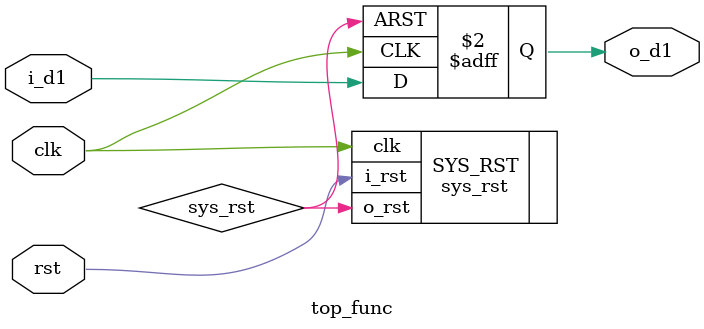
<source format=v>
`timescale 1ns / 1ps


module top_func(
    input clk,
    input rst,
    input i_d1,
    output reg o_d1
    );
    
    wire sys_rst;
    
    sys_rst SYS_RST(
        .clk(clk),
        .i_rst(rst),
        .o_rst(sys_rst)
        );
        
    always @(posedge clk or posedge sys_rst)
        if (sys_rst) begin
            o_d1 <=0;
        end else begin
            o_d1 <= i_d1;
        end
    
    
    
endmodule

</source>
